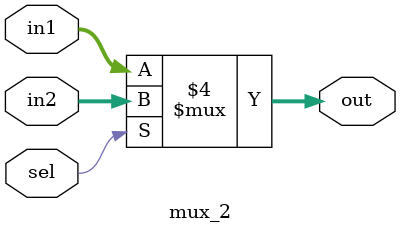
<source format=v>

module mux_2 (in1, in2 , sel, out);

input  [31:0] in1,in2;
input sel;
output reg [31:0] out;

always @(sel or in1 or in2)
begin
if(sel==0)
   out=in1;
else
   out=in2;
end

endmodule


</source>
